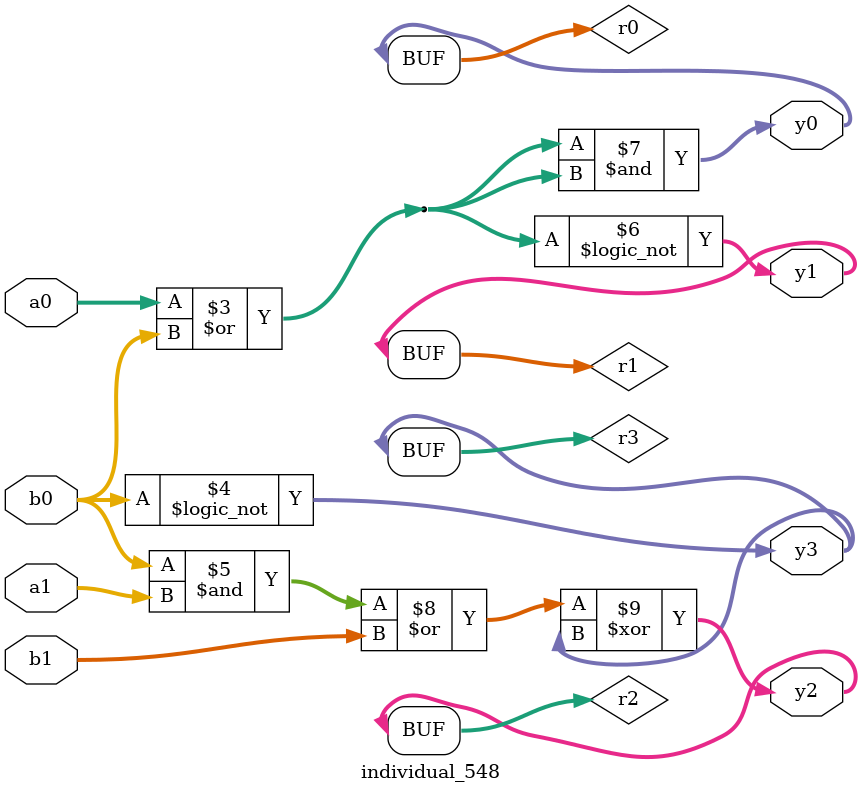
<source format=sv>
module individual_548(input logic [15:0] a1, input logic [15:0] a0, input logic [15:0] b1, input logic [15:0] b0, output logic [15:0] y3, output logic [15:0] y2, output logic [15:0] y1, output logic [15:0] y0);
logic [15:0] r0, r1, r2, r3; 
 always@(*) begin 
	 r0 = a0; r1 = a1; r2 = b0; r3 = b1; 
 	 r3  ^=  r1 ;
 	 r0  |=  b0 ;
 	 r3 = ! r2 ;
 	 r2  &=  r1 ;
 	 r1 = ! r0 ;
 	 r0  &=  r0 ;
 	 r2  |=  b1 ;
 	 r2  ^=  r3 ;
 	 y3 = r3; y2 = r2; y1 = r1; y0 = r0; 
end
endmodule
</source>
